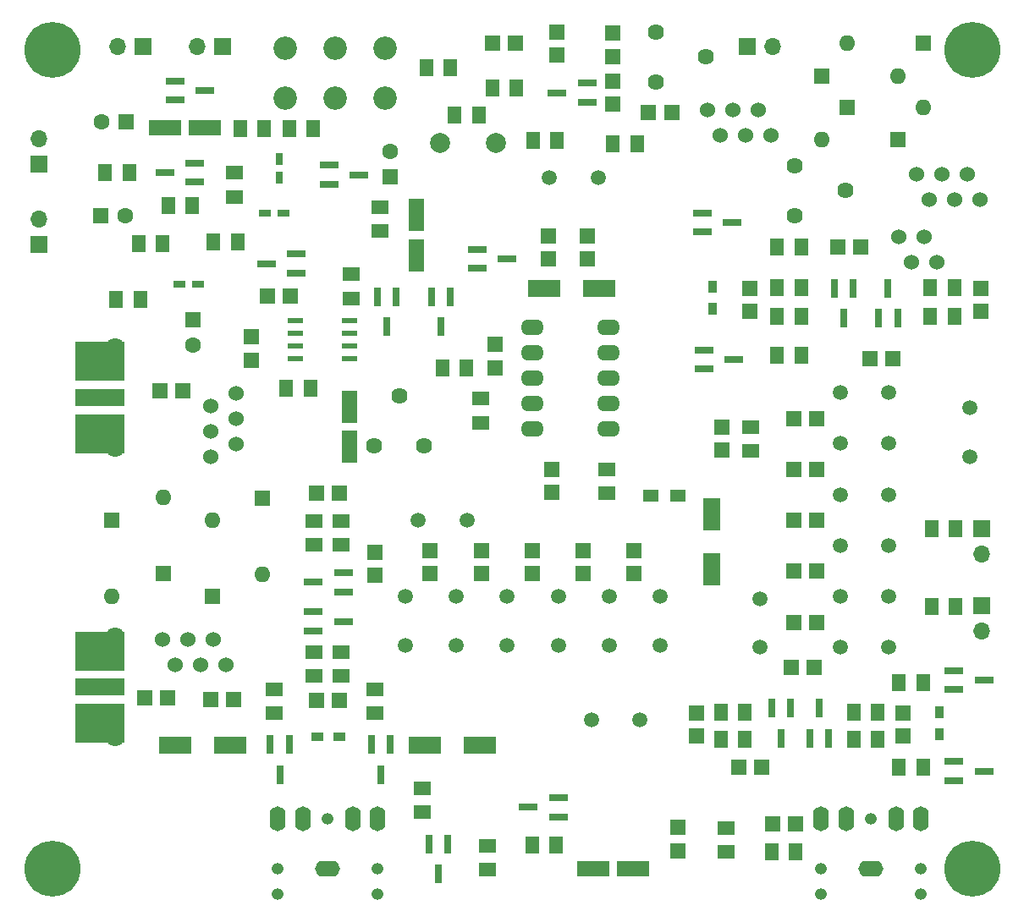
<source format=gts>
G04 #@! TF.FileFunction,Soldermask,Top*
%FSLAX46Y46*%
G04 Gerber Fmt 4.6, Leading zero omitted, Abs format (unit mm)*
G04 Created by KiCad (PCBNEW 4.0.7-e2-6376~58~ubuntu14.04.1) date Thu May 10 06:19:56 2018*
%MOMM*%
%LPD*%
G01*
G04 APERTURE LIST*
%ADD10C,0.100000*%
%ADD11C,1.800000*%
%ADD12R,5.000000X1.800000*%
%ADD13R,5.000000X3.960000*%
%ADD14C,1.524000*%
%ADD15O,2.500000X1.600000*%
%ADD16O,1.200000X1.200000*%
%ADD17O,1.600000X2.500000*%
%ADD18C,1.500000*%
%ADD19R,1.600000X1.600000*%
%ADD20R,1.900000X0.800000*%
%ADD21R,3.300000X1.700000*%
%ADD22R,0.800000X1.900000*%
%ADD23R,1.700000X1.400000*%
%ADD24C,5.600000*%
%ADD25R,1.400000X1.700000*%
%ADD26R,0.900000X1.200000*%
%ADD27R,1.200000X0.900000*%
%ADD28R,1.700000X1.700000*%
%ADD29O,1.700000X1.700000*%
%ADD30R,1.700000X3.300000*%
%ADD31R,1.500000X1.300000*%
%ADD32C,2.340000*%
%ADD33R,3.200000X1.500000*%
%ADD34O,2.300000X1.600000*%
%ADD35R,1.500000X3.200000*%
%ADD36C,1.620000*%
%ADD37C,1.998980*%
%ADD38R,1.550000X0.600000*%
%ADD39O,1.600000X1.600000*%
%ADD40C,1.600000*%
%ADD41R,1.200000X0.750000*%
%ADD42R,0.750000X1.200000*%
G04 APERTURE END LIST*
D10*
D11*
X64257000Y-114880000D03*
X64257000Y-104720000D03*
D12*
X62750000Y-109800000D03*
D13*
X62750000Y-106180000D03*
X62750000Y-113420000D03*
D11*
X64257000Y-112340000D03*
X64257000Y-107260000D03*
X64257000Y-109800000D03*
D14*
X69000000Y-105000000D03*
X70270000Y-107540000D03*
X71540000Y-105000000D03*
X72810000Y-107540000D03*
X74080000Y-105000000D03*
X75350000Y-107540000D03*
D15*
X85550000Y-128000000D03*
D16*
X85550000Y-123000000D03*
D17*
X90550000Y-123000000D03*
X88050000Y-123000000D03*
X83050000Y-123000000D03*
X80550000Y-123000000D03*
D16*
X90550000Y-128000000D03*
X80550000Y-128000000D03*
X90550000Y-130500000D03*
X80550000Y-130500000D03*
D18*
X136800000Y-90500000D03*
X141680000Y-90500000D03*
D19*
X134450000Y-103300000D03*
X132150000Y-103300000D03*
X107950000Y-90300000D03*
X107950000Y-88000000D03*
X86750000Y-111100000D03*
X84450000Y-111100000D03*
X143100000Y-112350000D03*
X143100000Y-114650000D03*
X126650000Y-117800000D03*
X128950000Y-117800000D03*
D20*
X148200000Y-117250000D03*
X148200000Y-119150000D03*
X151200000Y-118200000D03*
D21*
X70250000Y-115600000D03*
X75750000Y-115600000D03*
D22*
X133750000Y-114900000D03*
X135650000Y-114900000D03*
X134700000Y-111900000D03*
D23*
X113500000Y-90375000D03*
X113500000Y-87975000D03*
D24*
X150000000Y-46000000D03*
D19*
X73850000Y-111000000D03*
X76150000Y-111000000D03*
D15*
X139900000Y-128000000D03*
D16*
X139900000Y-123000000D03*
D17*
X144900000Y-123000000D03*
X142400000Y-123000000D03*
X137400000Y-123000000D03*
X134900000Y-123000000D03*
D16*
X144900000Y-128000000D03*
X134900000Y-128000000D03*
X144900000Y-130500000D03*
X134900000Y-130500000D03*
D24*
X150000000Y-128000000D03*
X58000000Y-128000000D03*
X58000000Y-46000000D03*
D23*
X86900000Y-106300000D03*
X86900000Y-108700000D03*
D19*
X122400000Y-114650000D03*
X122400000Y-112350000D03*
D21*
X95300000Y-115600000D03*
X100800000Y-115600000D03*
D18*
X111900000Y-113100000D03*
X116780000Y-113100000D03*
D23*
X86900000Y-93150000D03*
X86900000Y-95550000D03*
X84200000Y-93150000D03*
X84200000Y-95550000D03*
D25*
X124900000Y-112300000D03*
X127300000Y-112300000D03*
D18*
X118800000Y-100700000D03*
X118800000Y-105580000D03*
D20*
X87100000Y-100250000D03*
X87100000Y-98350000D03*
X84100000Y-99300000D03*
D25*
X124900000Y-115000000D03*
X127300000Y-115000000D03*
D18*
X113700000Y-100700000D03*
X113700000Y-105580000D03*
X108600000Y-100700000D03*
X108600000Y-105580000D03*
X103500000Y-100700000D03*
X103500000Y-105580000D03*
D20*
X84100000Y-102250000D03*
X84100000Y-104150000D03*
X87100000Y-103200000D03*
D23*
X80150000Y-110000000D03*
X80150000Y-112400000D03*
D18*
X98400000Y-100700000D03*
X98400000Y-105580000D03*
X93300000Y-100700000D03*
X93300000Y-105580000D03*
X94600000Y-93100000D03*
X99480000Y-93100000D03*
D19*
X134450000Y-82900000D03*
X132150000Y-82900000D03*
X68750000Y-80100000D03*
X71050000Y-80100000D03*
X84450000Y-90400000D03*
X86750000Y-90400000D03*
X90250000Y-96300000D03*
X90250000Y-98600000D03*
X95800000Y-98450000D03*
X95800000Y-96150000D03*
X106000000Y-98450000D03*
X106000000Y-96150000D03*
X111100000Y-98450000D03*
X111100000Y-96150000D03*
D20*
X148200000Y-108150000D03*
X148200000Y-110050000D03*
X151200000Y-109100000D03*
D22*
X131850000Y-111900000D03*
X129950000Y-111900000D03*
X130900000Y-114900000D03*
D23*
X90250000Y-112400000D03*
X90250000Y-110000000D03*
D26*
X146700000Y-112300000D03*
X146700000Y-114500000D03*
D27*
X86700000Y-114750000D03*
X84500000Y-114750000D03*
D25*
X142700000Y-117800000D03*
X145100000Y-117800000D03*
D23*
X84200000Y-106300000D03*
X84200000Y-108700000D03*
D18*
X128800000Y-105800000D03*
X128800000Y-100920000D03*
X136800000Y-105800000D03*
X141680000Y-105800000D03*
X136800000Y-100700000D03*
X141680000Y-100700000D03*
X136800000Y-95600000D03*
X141680000Y-95600000D03*
X136800000Y-85400000D03*
X141680000Y-85400000D03*
D19*
X134250000Y-107800000D03*
X131950000Y-107800000D03*
D18*
X136800000Y-80300000D03*
X141680000Y-80300000D03*
X149800000Y-86700000D03*
X149800000Y-81820000D03*
D19*
X67250000Y-110900000D03*
X69550000Y-110900000D03*
X134450000Y-88000000D03*
X132150000Y-88000000D03*
X100900000Y-98450000D03*
X100900000Y-96150000D03*
D25*
X145100000Y-109300000D03*
X142700000Y-109300000D03*
X138200000Y-115000000D03*
X140600000Y-115000000D03*
X138200000Y-112300000D03*
X140600000Y-112300000D03*
D19*
X134450000Y-98200000D03*
X132150000Y-98200000D03*
X134450000Y-93100000D03*
X132150000Y-93100000D03*
D22*
X91800000Y-115550000D03*
X89900000Y-115550000D03*
X90850000Y-118550000D03*
X81700000Y-115550000D03*
X79800000Y-115550000D03*
X80750000Y-118550000D03*
D19*
X125000000Y-83775000D03*
X125000000Y-86075000D03*
D28*
X56650000Y-57450000D03*
D29*
X56650000Y-54910000D03*
D28*
X56650000Y-65450000D03*
D29*
X56650000Y-62910000D03*
D11*
X64257000Y-85880000D03*
X64257000Y-75720000D03*
D12*
X62750000Y-80800000D03*
D13*
X62750000Y-77180000D03*
X62750000Y-84420000D03*
D11*
X64257000Y-83340000D03*
X64257000Y-78260000D03*
X64257000Y-80800000D03*
D19*
X116200000Y-98450000D03*
X116200000Y-96150000D03*
D14*
X76400000Y-80400000D03*
X73860000Y-81670000D03*
X76400000Y-82940000D03*
X73860000Y-84210000D03*
X76400000Y-85480000D03*
X73860000Y-86750000D03*
D28*
X67100000Y-45700000D03*
D29*
X64560000Y-45700000D03*
D20*
X100500000Y-65950000D03*
X100500000Y-67850000D03*
X103500000Y-66900000D03*
D25*
X66650000Y-65400000D03*
X69050000Y-65400000D03*
D30*
X124000000Y-92450000D03*
X124000000Y-97950000D03*
D31*
X117850000Y-90600000D03*
X120550000Y-90600000D03*
D32*
X91250000Y-45800000D03*
X86250000Y-45800000D03*
X81250000Y-45800000D03*
X91250000Y-50800000D03*
X86250000Y-50800000D03*
X81250000Y-50800000D03*
D19*
X111530000Y-64650000D03*
X111530000Y-66950000D03*
D28*
X151000000Y-101670000D03*
D29*
X151000000Y-104210000D03*
D28*
X151000000Y-93940000D03*
D29*
X151000000Y-96480000D03*
D28*
X75050000Y-45700000D03*
D29*
X72510000Y-45700000D03*
D20*
X85700000Y-57550000D03*
X85700000Y-59450000D03*
X88700000Y-58500000D03*
D19*
X127800000Y-69850000D03*
X127800000Y-72150000D03*
X136550000Y-65750000D03*
X138850000Y-65750000D03*
X120575000Y-126150000D03*
X120575000Y-123850000D03*
X107610000Y-64650000D03*
X107610000Y-66950000D03*
X142100000Y-76950000D03*
X139800000Y-76950000D03*
X150900000Y-72150000D03*
X150900000Y-69850000D03*
D33*
X116100000Y-127950000D03*
X112100000Y-127950000D03*
D19*
X132375000Y-123475000D03*
X130075000Y-123475000D03*
D20*
X123000000Y-62350000D03*
X123000000Y-64250000D03*
X126000000Y-63300000D03*
X123200000Y-76050000D03*
X123200000Y-77950000D03*
X126200000Y-77000000D03*
D34*
X113600000Y-73800000D03*
X113600000Y-76340000D03*
X113600000Y-78880000D03*
X113600000Y-81420000D03*
X113600000Y-83960000D03*
X105980000Y-83960000D03*
X105980000Y-81420000D03*
X105980000Y-78880000D03*
X105980000Y-76340000D03*
X105980000Y-73800000D03*
D22*
X138100000Y-69850000D03*
X136200000Y-69850000D03*
X137150000Y-72850000D03*
X140650000Y-72850000D03*
X142550000Y-72850000D03*
X141600000Y-69850000D03*
X97575000Y-125475000D03*
X95675000Y-125475000D03*
X96625000Y-128475000D03*
D20*
X108600000Y-122775000D03*
X108600000Y-120875000D03*
X105600000Y-121825000D03*
D25*
X130500000Y-72650000D03*
X132900000Y-72650000D03*
X130500000Y-69800000D03*
X132900000Y-69800000D03*
X130500000Y-65750000D03*
X132900000Y-65750000D03*
X132900000Y-76550000D03*
X130500000Y-76550000D03*
D26*
X124050000Y-69700000D03*
X124050000Y-71900000D03*
D25*
X145850000Y-69800000D03*
X148250000Y-69800000D03*
X145850000Y-72650000D03*
X148250000Y-72650000D03*
X106025000Y-125625000D03*
X108425000Y-125625000D03*
D23*
X101550000Y-128050000D03*
X101550000Y-125650000D03*
X125375000Y-126275000D03*
X125375000Y-123875000D03*
D25*
X129975000Y-126300000D03*
X132375000Y-126300000D03*
D23*
X95000000Y-122300000D03*
X95000000Y-119900000D03*
D14*
X150800000Y-61000000D03*
X149530000Y-58460000D03*
X148260000Y-61000000D03*
X146990000Y-58460000D03*
X145720000Y-61000000D03*
X144450000Y-58460000D03*
X142700000Y-64700000D03*
X143970000Y-67240000D03*
X145240000Y-64700000D03*
X146510000Y-67240000D03*
D19*
X102250000Y-77800000D03*
X102250000Y-75500000D03*
D35*
X94400000Y-66550000D03*
X94400000Y-62550000D03*
D21*
X112680000Y-69920000D03*
X107180000Y-69920000D03*
D28*
X127500000Y-45700000D03*
D29*
X130040000Y-45700000D03*
D25*
X97000000Y-77800000D03*
X99400000Y-77800000D03*
D23*
X87900000Y-68480000D03*
X87900000Y-70880000D03*
D36*
X132300000Y-62600000D03*
X137300000Y-60100000D03*
X132300000Y-57600000D03*
D14*
X123500000Y-52000000D03*
X124770000Y-54540000D03*
X126040000Y-52000000D03*
X127310000Y-54540000D03*
X128580000Y-52000000D03*
X129850000Y-54540000D03*
D19*
X102050000Y-45300000D03*
X104350000Y-45300000D03*
X108500000Y-46550000D03*
X108500000Y-44250000D03*
X114100000Y-51450000D03*
X114100000Y-49150000D03*
X117650000Y-52300000D03*
X119950000Y-52300000D03*
X114100000Y-46650000D03*
X114100000Y-44350000D03*
X77900000Y-74750000D03*
X77900000Y-77050000D03*
D35*
X87700000Y-81700000D03*
X87700000Y-85700000D03*
D19*
X81800000Y-70650000D03*
X79500000Y-70650000D03*
D20*
X82400000Y-68350000D03*
X82400000Y-66450000D03*
X79400000Y-67400000D03*
D37*
X96758000Y-55346000D03*
X102346000Y-55346000D03*
D22*
X92400000Y-70700000D03*
X90500000Y-70700000D03*
X91450000Y-73700000D03*
X97800000Y-70700000D03*
X95900000Y-70700000D03*
X96850000Y-73700000D03*
D20*
X111500000Y-51250000D03*
X111500000Y-49350000D03*
X108500000Y-50300000D03*
D25*
X97800000Y-47800000D03*
X95400000Y-47800000D03*
X102000000Y-49800000D03*
X104400000Y-49800000D03*
X106100000Y-55050000D03*
X108500000Y-55050000D03*
X114100000Y-55400000D03*
X116500000Y-55400000D03*
X64400000Y-70950000D03*
X66800000Y-70950000D03*
X83800000Y-79900000D03*
X81400000Y-79900000D03*
X100650000Y-52550000D03*
X98250000Y-52550000D03*
D36*
X118400000Y-49200000D03*
X123400000Y-46700000D03*
X118400000Y-44200000D03*
X95200000Y-85600000D03*
X92700000Y-80600000D03*
X90200000Y-85600000D03*
D18*
X107750000Y-58800000D03*
X112630000Y-58800000D03*
D25*
X74130000Y-65240000D03*
X76530000Y-65240000D03*
D23*
X90750000Y-64150000D03*
X90750000Y-61750000D03*
D25*
X79200000Y-53900000D03*
X76800000Y-53900000D03*
X84100000Y-53900000D03*
X81700000Y-53900000D03*
D38*
X87700000Y-76905000D03*
X87700000Y-75635000D03*
X87700000Y-74365000D03*
X87700000Y-73095000D03*
X82300000Y-73095000D03*
X82300000Y-74365000D03*
X82300000Y-75635000D03*
X82300000Y-76905000D03*
D33*
X69250000Y-53800000D03*
X73250000Y-53800000D03*
D20*
X70250000Y-49100000D03*
X70250000Y-51000000D03*
X73250000Y-50050000D03*
X72250000Y-59250000D03*
X72250000Y-57350000D03*
X69250000Y-58300000D03*
D23*
X76250000Y-60700000D03*
X76250000Y-58300000D03*
D25*
X63300000Y-58300000D03*
X65700000Y-58300000D03*
X72000000Y-61550000D03*
X69600000Y-61550000D03*
D19*
X69100000Y-98400000D03*
D39*
X69100000Y-90780000D03*
D19*
X63900000Y-93100000D03*
D39*
X63900000Y-100720000D03*
D19*
X74000000Y-100700000D03*
D39*
X74000000Y-93080000D03*
D19*
X79000000Y-90900000D03*
D39*
X79000000Y-98520000D03*
D19*
X137500000Y-51800000D03*
D39*
X145120000Y-51800000D03*
D19*
X145100000Y-45300000D03*
D39*
X137480000Y-45300000D03*
D19*
X142600000Y-55000000D03*
D39*
X134980000Y-55000000D03*
D19*
X135000000Y-48600000D03*
D39*
X142620000Y-48600000D03*
D19*
X72050000Y-73050000D03*
D40*
X72050000Y-75550000D03*
D19*
X91800000Y-58700000D03*
D40*
X91800000Y-56200000D03*
D19*
X65400000Y-53200000D03*
D40*
X62900000Y-53200000D03*
D19*
X62800000Y-62600000D03*
D40*
X65300000Y-62600000D03*
D23*
X127890000Y-83780000D03*
X127890000Y-86180000D03*
D25*
X145990000Y-93940000D03*
X148390000Y-93940000D03*
D23*
X100860000Y-80920000D03*
X100860000Y-83320000D03*
D25*
X145990000Y-101680000D03*
X148390000Y-101680000D03*
D41*
X70700000Y-69500000D03*
X72600000Y-69500000D03*
D42*
X80700000Y-58800000D03*
X80700000Y-56900000D03*
D41*
X79250000Y-62350000D03*
X81150000Y-62350000D03*
M02*

</source>
